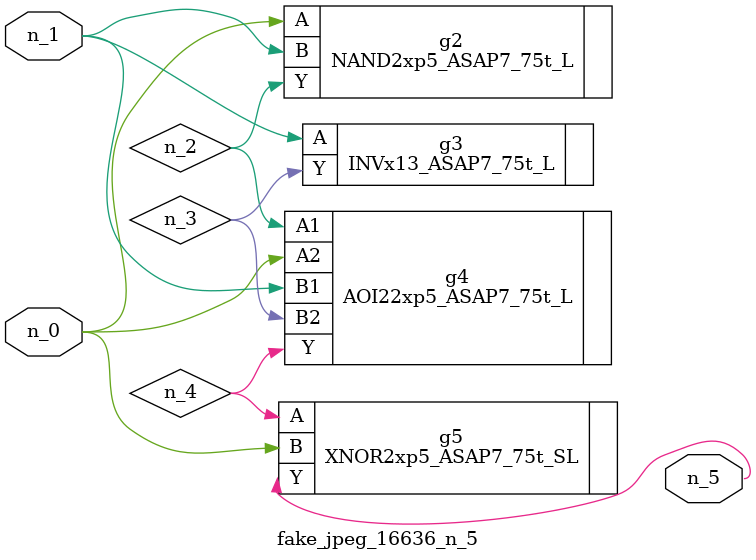
<source format=v>
module fake_jpeg_16636_n_5 (n_0, n_1, n_5);

input n_0;
input n_1;

output n_5;

wire n_3;
wire n_2;
wire n_4;

NAND2xp5_ASAP7_75t_L g2 ( 
.A(n_0),
.B(n_1),
.Y(n_2)
);

INVx13_ASAP7_75t_L g3 ( 
.A(n_1),
.Y(n_3)
);

AOI22xp5_ASAP7_75t_L g4 ( 
.A1(n_2),
.A2(n_0),
.B1(n_1),
.B2(n_3),
.Y(n_4)
);

XNOR2xp5_ASAP7_75t_SL g5 ( 
.A(n_4),
.B(n_0),
.Y(n_5)
);


endmodule
</source>
